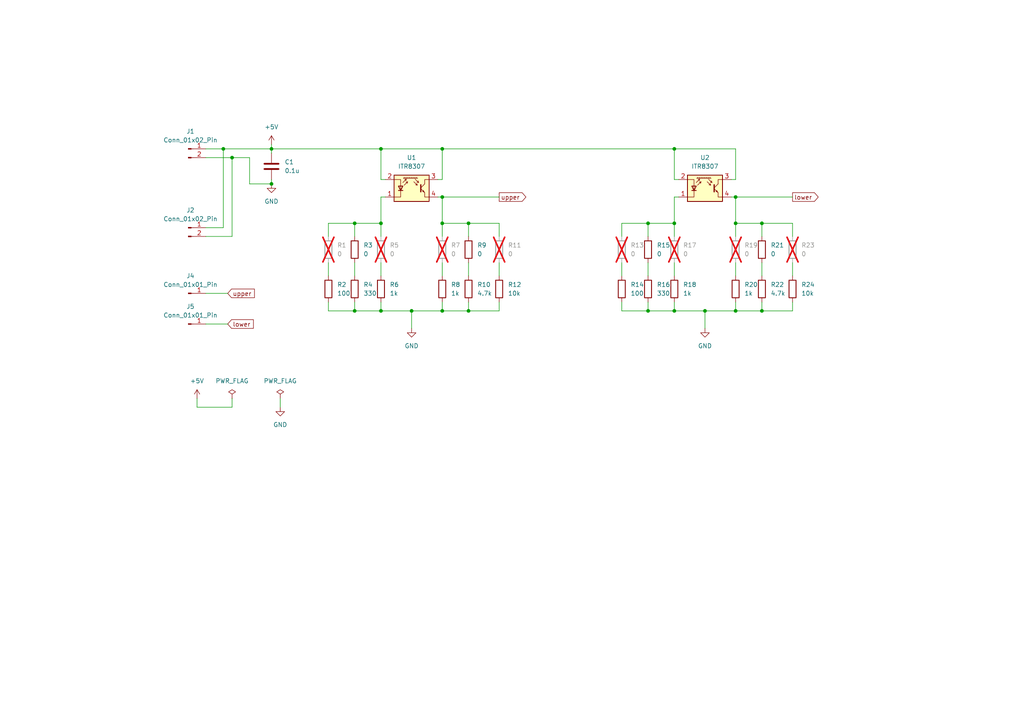
<source format=kicad_sch>
(kicad_sch (version 20230121) (generator eeschema)
  (paper "A4")
  (lib_symbols
    (symbol "Connector:Conn_01x01_Pin" (pin_names (offset 1.016) hide)
      (property "Reference" "J" (at 0 2.54 0))
      (property "Value" "Conn_01x01_Pin" (at 0 -2.54 0))
      (symbol "Conn_01x01_Pin_1_1"
        (polyline (pts (xy 1.27 0) (xy 0.8636 0)) (stroke (width 0.1524)))
        (rectangle (start 0.8636 0.127) (end 0 -0.127) (stroke (width 0.1524)) (fill (type outline)))
        (pin passive line (at 5.08 0 180) (length 3.81) (name "Pin_1") (number "1"))
      )
    )
    (symbol "Connector:Conn_01x02_Pin" (pin_names (offset 1.016) hide)
      (property "Reference" "J" (at 0 2.54 0))
      (property "Value" "Conn_01x02_Pin" (at 0 -5.08 0))
      (symbol "Conn_01x02_Pin_1_1"
        (polyline (pts (xy 1.27 -2.54) (xy 0.8636 -2.54)) (stroke (width 0.1524)))
        (polyline (pts (xy 1.27 0) (xy 0.8636 0)) (stroke (width 0.1524)))
        (rectangle (start 0.8636 -2.413) (end 0 -2.667) (stroke (width 0.1524)) (fill (type outline)))
        (rectangle (start 0.8636 0.127) (end 0 -0.127) (stroke (width 0.1524)) (fill (type outline)))
        (pin passive line (at 5.08 0 180) (length 3.81) (name "Pin_1") (number "1"))
        (pin passive line (at 5.08 -2.54 180) (length 3.81) (name "Pin_2") (number "2"))
      )
    )
    (symbol "Device:C" (pin_numbers hide) (pin_names (offset 0.254))
      (property "Reference" "C" (at 0.635 2.54 0))
      (property "Value" "C" (at 0.635 -2.54 0))
      (symbol "C_0_1"
        (polyline (pts (xy -2.032 -0.762) (xy 2.032 -0.762)) (stroke (width 0.508)))
        (polyline (pts (xy -2.032 0.762) (xy 2.032 0.762)) (stroke (width 0.508)))
      )
      (symbol "C_1_1"
        (pin passive line (at 0 3.81 270) (length 2.794) (name "~") (number "1"))
        (pin passive line (at 0 -3.81 90) (length 2.794) (name "~") (number "2"))
      )
    )
    (symbol "Device:R" (pin_numbers hide) (pin_names (offset 0))
      (property "Reference" "R" (at 2.032 0 90))
      (property "Value" "R" (at 0 0 90))
      (symbol "R_0_1"
        (rectangle (start -1.016 -2.54) (end 1.016 2.54) (stroke (width 0.254)))
      )
      (symbol "R_1_1"
        (pin passive line (at 0 3.81 270) (length 1.27) (name "~") (number "1"))
        (pin passive line (at 0 -3.81 90) (length 1.27) (name "~") (number "2"))
      )
    )
    (symbol "Sensor_Proximity:ITR8307" (pin_names (offset 0.0254) hide)
      (property "Reference" "U" (at -5.08 5.08 0))
      (property "Value" "ITR8307" (at 7.62 5.08 0))
      (symbol "ITR8307_0_1"
        (polyline (pts (xy -3.81 -0.635) (xy -2.54 -0.635)) (stroke (width 0.254)))
        (polyline (pts (xy -2.286 2.921) (xy -2.032 3.175)))
        (polyline (pts (xy -1.778 2.921) (xy -1.524 3.175)))
        (polyline (pts (xy -1.524 2.667) (xy -1.651 2.159)))
        (polyline (pts (xy -1.27 2.921) (xy -1.016 3.175)))
        (polyline (pts (xy -1.143 1.905) (xy -1.27 1.397)))
        (polyline (pts (xy -0.762 2.921) (xy -0.508 3.175)))
        (polyline (pts (xy -0.254 2.921) (xy 0 3.175)))
        (polyline (pts (xy 0.254 2.921) (xy 0.508 3.175)))
        (polyline (pts (xy 0.762 2.921) (xy 1.016 3.175)))
        (polyline (pts (xy 1.27 2.921) (xy 1.524 3.175)))
        (polyline (pts (xy 1.651 0.889) (xy 1.143 1.016)))
        (polyline (pts (xy 1.778 2.921) (xy -2.413 2.921)))
        (polyline (pts (xy 2.032 1.651) (xy 1.524 1.778)))
        (polyline (pts (xy 2.667 -0.127) (xy 3.81 -1.27)))
        (polyline (pts (xy 2.667 0.127) (xy 3.81 1.27)))
        (polyline (pts (xy -2.54 1.651) (xy -1.524 2.667) (xy -2.032 2.54)))
        (polyline (pts (xy -2.159 0.889) (xy -1.143 1.905) (xy -1.651 1.778)))
        (polyline (pts (xy 0.635 1.905) (xy 1.651 0.889) (xy 1.524 1.397)))
        (polyline (pts (xy 1.016 2.667) (xy 2.032 1.651) (xy 1.905 2.159)))
        (polyline (pts (xy 2.667 1.016) (xy 2.667 -1.016) (xy 2.667 -1.016)) (stroke (width 0.3556)))
        (polyline (pts (xy 3.81 -1.27) (xy 3.81 -2.54) (xy 5.08 -2.54)))
        (polyline (pts (xy 3.81 1.27) (xy 3.81 2.54) (xy 5.08 2.54)))
        (polyline (pts (xy -5.08 -2.54) (xy -3.175 -2.54) (xy -3.175 2.54) (xy -5.08 2.54)))
        (polyline (pts (xy -3.175 -0.635) (xy -3.81 0.635) (xy -2.54 0.635) (xy -3.175 -0.635)) (stroke (width 0.254)))
        (polyline (pts (xy 3.683 -1.143) (xy 3.429 -0.635) (xy 3.175 -0.889) (xy 3.683 -1.143)))
        (polyline (pts (xy -5.08 -3.81) (xy 5.08 -3.81) (xy 5.08 3.81) (xy -5.08 3.81) (xy -5.08 -3.81)) (stroke (width 0.254)) (fill (type background)))
      )
      (symbol "ITR8307_1_1"
        (pin passive line (at -7.62 -2.54 0) (length 2.54) (name "K") (number "1"))
        (pin passive line (at -7.62 2.54 0) (length 2.54) (name "A") (number "2"))
        (pin open_collector line (at 7.62 2.54 180) (length 2.54) (name "C") (number "3"))
        (pin open_emitter line (at 7.62 -2.54 180) (length 2.54) (name "E") (number "4"))
      )
    )
    (symbol "power:+5V" (power) (pin_names (offset 0))
      (property "Value" "+5V" (at 0 3.556 0))
      (symbol "+5V_0_1"
        (polyline (pts (xy -0.762 1.27) (xy 0 2.54)))
        (polyline (pts (xy 0 0) (xy 0 2.54)))
        (polyline (pts (xy 0 2.54) (xy 0.762 1.27)))
      )
      (symbol "+5V_1_1"
        (pin power_in line (at 0 0 90) (length 0) hide (name "+5V") (number "1"))
      )
    )
    (symbol "power:GND" (power) (pin_names (offset 0))
      (property "Value" "GND" (at 0 -3.81 0))
      (symbol "GND_0_1"
        (polyline (pts (xy 0 0) (xy 0 -1.27) (xy 1.27 -1.27) (xy 0 -2.54) (xy -1.27 -1.27) (xy 0 -1.27)))
      )
      (symbol "GND_1_1"
        (pin power_in line (at 0 0 270) (length 0) hide (name "GND") (number "1"))
      )
    )
    (symbol "power:PWR_FLAG" (power) (pin_numbers hide) (pin_names (offset 0) hide)
      (property "Value" "PWR_FLAG" (at 0 3.81 0))
      (symbol "PWR_FLAG_0_0"
        (pin power_out line (at 0 0 90) (length 0) (name "pwr") (number "1"))
      )
      (symbol "PWR_FLAG_0_1"
        (polyline (pts (xy 0 0) (xy 0 1.27) (xy -1.016 1.905) (xy 0 2.54) (xy 1.016 1.905) (xy 0 1.27)))
      )
    )
  )
  (junction (at 213.36 57.15))
  (junction (at 220.98 64.77))
  (junction (at 119.38 90.17))
  (junction (at 67.31 45.72))
  (junction (at 128.27 57.15))
  (junction (at 128.27 43.18))
  (junction (at 78.74 53.34))
  (junction (at 187.96 64.77))
  (junction (at 110.49 43.18))
  (junction (at 213.36 64.77))
  (junction (at 102.87 90.17))
  (junction (at 78.74 43.18))
  (junction (at 102.87 64.77))
  (junction (at 195.58 64.77))
  (junction (at 110.49 90.17))
  (junction (at 128.27 90.17))
  (junction (at 128.27 64.77))
  (junction (at 135.89 90.17))
  (junction (at 204.47 90.17))
  (junction (at 135.89 64.77))
  (junction (at 110.49 64.77))
  (junction (at 195.58 43.18))
  (junction (at 213.36 90.17))
  (junction (at 195.58 90.17))
  (junction (at 220.98 90.17))
  (junction (at 64.77 43.18))
  (junction (at 187.96 90.17))
  (wire (pts (xy 128.27 57.15) (xy 144.78 57.15)))
  (wire (pts (xy 187.96 87.63) (xy 187.96 90.17)))
  (wire (pts (xy 59.69 66.04) (xy 64.77 66.04)))
  (wire (pts (xy 213.36 43.18) (xy 213.36 52.07)))
  (wire (pts (xy 187.96 64.77) (xy 195.58 64.77)))
  (wire (pts (xy 67.31 115.57) (xy 67.31 118.11)))
  (wire (pts (xy 213.36 64.77) (xy 213.36 68.58)))
  (wire (pts (xy 213.36 64.77) (xy 220.98 64.77)))
  (wire (pts (xy 119.38 90.17) (xy 128.27 90.17)))
  (wire (pts (xy 229.87 76.2) (xy 229.87 80.01)))
  (wire (pts (xy 187.96 76.2) (xy 187.96 80.01)))
  (wire (pts (xy 195.58 90.17) (xy 204.47 90.17)))
  (wire (pts (xy 128.27 57.15) (xy 127 57.15)))
  (wire (pts (xy 57.15 115.57) (xy 57.15 118.11)))
  (wire (pts (xy 135.89 64.77) (xy 135.89 68.58)))
  (wire (pts (xy 180.34 76.2) (xy 180.34 80.01)))
  (wire (pts (xy 128.27 57.15) (xy 128.27 64.77)))
  (wire (pts (xy 128.27 64.77) (xy 128.27 68.58)))
  (wire (pts (xy 59.69 45.72) (xy 67.31 45.72)))
  (wire (pts (xy 110.49 87.63) (xy 110.49 90.17)))
  (wire (pts (xy 144.78 64.77) (xy 144.78 68.58)))
  (wire (pts (xy 59.69 85.09) (xy 66.04 85.09)))
  (wire (pts (xy 95.25 68.58) (xy 95.25 64.77)))
  (wire (pts (xy 213.36 57.15) (xy 212.09 57.15)))
  (wire (pts (xy 128.27 64.77) (xy 135.89 64.77)))
  (wire (pts (xy 59.69 68.58) (xy 67.31 68.58)))
  (wire (pts (xy 220.98 64.77) (xy 229.87 64.77)))
  (wire (pts (xy 144.78 76.2) (xy 144.78 80.01)))
  (wire (pts (xy 119.38 90.17) (xy 119.38 95.25)))
  (wire (pts (xy 110.49 43.18) (xy 110.49 52.07)))
  (wire (pts (xy 128.27 43.18) (xy 195.58 43.18)))
  (wire (pts (xy 102.87 64.77) (xy 110.49 64.77)))
  (wire (pts (xy 144.78 90.17) (xy 144.78 87.63)))
  (wire (pts (xy 204.47 90.17) (xy 213.36 90.17)))
  (wire (pts (xy 213.36 90.17) (xy 220.98 90.17)))
  (wire (pts (xy 180.34 87.63) (xy 180.34 90.17)))
  (wire (pts (xy 187.96 64.77) (xy 187.96 68.58)))
  (wire (pts (xy 195.58 64.77) (xy 195.58 68.58)))
  (wire (pts (xy 64.77 43.18) (xy 78.74 43.18)))
  (wire (pts (xy 102.87 76.2) (xy 102.87 80.01)))
  (wire (pts (xy 64.77 66.04) (xy 64.77 43.18)))
  (wire (pts (xy 135.89 76.2) (xy 135.89 80.01)))
  (wire (pts (xy 78.74 41.91) (xy 78.74 43.18)))
  (wire (pts (xy 67.31 45.72) (xy 67.31 68.58)))
  (wire (pts (xy 220.98 64.77) (xy 220.98 68.58)))
  (wire (pts (xy 195.58 87.63) (xy 195.58 90.17)))
  (wire (pts (xy 213.36 76.2) (xy 213.36 80.01)))
  (wire (pts (xy 220.98 90.17) (xy 220.98 87.63)))
  (wire (pts (xy 102.87 90.17) (xy 110.49 90.17)))
  (wire (pts (xy 195.58 57.15) (xy 195.58 64.77)))
  (wire (pts (xy 128.27 90.17) (xy 135.89 90.17)))
  (wire (pts (xy 213.36 87.63) (xy 213.36 90.17)))
  (wire (pts (xy 102.87 64.77) (xy 102.87 68.58)))
  (wire (pts (xy 128.27 43.18) (xy 128.27 52.07)))
  (wire (pts (xy 110.49 52.07) (xy 111.76 52.07)))
  (wire (pts (xy 213.36 57.15) (xy 229.87 57.15)))
  (wire (pts (xy 229.87 64.77) (xy 229.87 68.58)))
  (wire (pts (xy 187.96 90.17) (xy 195.58 90.17)))
  (wire (pts (xy 78.74 52.07) (xy 78.74 53.34)))
  (wire (pts (xy 204.47 90.17) (xy 204.47 95.25)))
  (wire (pts (xy 195.58 57.15) (xy 196.85 57.15)))
  (wire (pts (xy 128.27 87.63) (xy 128.27 90.17)))
  (wire (pts (xy 128.27 52.07) (xy 127 52.07)))
  (wire (pts (xy 135.89 90.17) (xy 135.89 87.63)))
  (wire (pts (xy 72.39 45.72) (xy 72.39 53.34)))
  (wire (pts (xy 220.98 76.2) (xy 220.98 80.01)))
  (wire (pts (xy 135.89 64.77) (xy 144.78 64.77)))
  (wire (pts (xy 110.49 64.77) (xy 110.49 68.58)))
  (wire (pts (xy 195.58 52.07) (xy 196.85 52.07)))
  (wire (pts (xy 195.58 43.18) (xy 195.58 52.07)))
  (wire (pts (xy 78.74 43.18) (xy 110.49 43.18)))
  (wire (pts (xy 72.39 53.34) (xy 78.74 53.34)))
  (wire (pts (xy 59.69 93.98) (xy 66.04 93.98)))
  (wire (pts (xy 95.25 87.63) (xy 95.25 90.17)))
  (wire (pts (xy 195.58 43.18) (xy 213.36 43.18)))
  (wire (pts (xy 102.87 87.63) (xy 102.87 90.17)))
  (wire (pts (xy 95.25 64.77) (xy 102.87 64.77)))
  (wire (pts (xy 59.69 43.18) (xy 64.77 43.18)))
  (wire (pts (xy 110.49 57.15) (xy 110.49 64.77)))
  (wire (pts (xy 229.87 90.17) (xy 229.87 87.63)))
  (wire (pts (xy 213.36 52.07) (xy 212.09 52.07)))
  (wire (pts (xy 110.49 57.15) (xy 111.76 57.15)))
  (wire (pts (xy 180.34 90.17) (xy 187.96 90.17)))
  (wire (pts (xy 95.25 76.2) (xy 95.25 80.01)))
  (wire (pts (xy 110.49 43.18) (xy 128.27 43.18)))
  (wire (pts (xy 128.27 76.2) (xy 128.27 80.01)))
  (wire (pts (xy 180.34 68.58) (xy 180.34 64.77)))
  (wire (pts (xy 213.36 57.15) (xy 213.36 64.77)))
  (wire (pts (xy 67.31 45.72) (xy 72.39 45.72)))
  (wire (pts (xy 180.34 64.77) (xy 187.96 64.77)))
  (wire (pts (xy 78.74 43.18) (xy 78.74 44.45)))
  (wire (pts (xy 110.49 90.17) (xy 119.38 90.17)))
  (wire (pts (xy 135.89 90.17) (xy 144.78 90.17)))
  (wire (pts (xy 220.98 90.17) (xy 229.87 90.17)))
  (wire (pts (xy 57.15 118.11) (xy 67.31 118.11)))
  (wire (pts (xy 81.28 115.57) (xy 81.28 118.11)))
  (wire (pts (xy 195.58 76.2) (xy 195.58 80.01)))
  (wire (pts (xy 110.49 76.2) (xy 110.49 80.01)))
  (wire (pts (xy 95.25 90.17) (xy 102.87 90.17)))
  (global_label "upper" (shape input) (at 66.04 85.09 0) (property "Intersheetrefs" "${INTERSHEET_REFS}" (effects hide)))
  (global_label "upper" (shape output) (at 144.78 57.15 0) (property "Intersheetrefs" "${INTERSHEET_REFS}" (effects hide)))
  (global_label "lower" (shape output) (at 229.87 57.15 0) (property "Intersheetrefs" "${INTERSHEET_REFS}" (effects hide)))
  (global_label "lower" (shape input) (at 66.04 93.98 0) (property "Intersheetrefs" "${INTERSHEET_REFS}" (effects hide)))
  (symbol (lib_id "Device:R") (at 144.78 83.82 0) (unit 1)
    (property "Reference" "R12" (at 147.32 82.55 0) (effects (justify left)))
    (property "Value" "10k" (at 147.32 85.09 0) (effects (justify left)))
    (property "Footprint" "Resistor_SMD:R_0603_1608Metric" (effects hide))
    (property "LCSC" "C25804" (effects hide))
  )
  (symbol (lib_id "Device:R") (at 95.25 83.82 0) (unit 1)
    (property "Reference" "R2" (at 97.79 82.55 0) (effects (justify left)))
    (property "Value" "100" (at 97.79 85.09 0) (effects (justify left)))
    (property "Footprint" "Resistor_SMD:R_0603_1608Metric" (effects hide))
    (property "LCSC" "C22775" (effects hide))
  )
  (symbol (lib_id "Device:C") (at 78.74 48.26 0) (unit 1)
    (property "Reference" "C1" (at 82.55 46.99 0) (effects (justify left)))
    (property "Value" "0.1u" (at 82.55 49.53 0) (effects (justify left)))
    (property "Footprint" "Capacitor_SMD:C_0603_1608Metric" (effects hide))
    (property "LCSC" "C14663" (effects hide))
  )
  (symbol (lib_id "Device:R") (at 102.87 83.82 0) (unit 1)
    (property "Reference" "R4" (at 105.41 82.55 0) (effects (justify left)))
    (property "Value" "330" (at 105.41 85.09 0) (effects (justify left)))
    (property "Footprint" "Resistor_SMD:R_0603_1608Metric" (effects hide))
    (property "LCSC" "C23138" (effects hide))
  )
  (symbol (lib_id "Device:R") (at 110.49 72.39 0) (unit 1) (in_bom no) (dnp yes)
    (property "Reference" "R5" (at 113.03 71.12 0) (effects (justify left)))
    (property "Value" "0" (at 113.03 73.66 0) (effects (justify left)))
    (property "Footprint" "Resistor_SMD:R_0603_1608Metric" (effects hide))
  )
  (symbol (lib_id "Device:R") (at 128.27 83.82 0) (unit 1)
    (property "Reference" "R8" (at 130.81 82.55 0) (effects (justify left)))
    (property "Value" "1k" (at 130.81 85.09 0) (effects (justify left)))
    (property "Footprint" "Resistor_SMD:R_0603_1608Metric" (effects hide))
    (property "LCSC" "C21190" (effects hide))
  )
  (symbol (lib_id "Device:R") (at 220.98 72.39 0) (unit 1)
    (property "Reference" "R21" (at 223.52 71.12 0) (effects (justify left)))
    (property "Value" "0" (at 223.52 73.66 0) (effects (justify left)))
    (property "Footprint" "Resistor_SMD:R_0603_1608Metric" (effects hide))
    (property "LCSC" "C21189" (effects hide))
  )
  (symbol (lib_id "Device:R") (at 180.34 83.82 0) (unit 1)
    (property "Reference" "R14" (at 182.88 82.55 0) (effects (justify left)))
    (property "Value" "100" (at 182.88 85.09 0) (effects (justify left)))
    (property "Footprint" "Resistor_SMD:R_0603_1608Metric" (effects hide))
    (property "LCSC" "C22775" (effects hide))
  )
  (symbol (lib_id "power:PWR_FLAG") (at 81.28 115.57 0) (unit 1)
    (property "Reference" "#FLG02" (effects hide))
    (property "Value" "PWR_FLAG" (at 81.28 110.49 0))
  )
  (symbol (lib_id "Device:R") (at 128.27 72.39 0) (unit 1) (in_bom no) (dnp yes)
    (property "Reference" "R7" (at 130.81 71.12 0) (effects (justify left)))
    (property "Value" "0" (at 130.81 73.66 0) (effects (justify left)))
    (property "Footprint" "Resistor_SMD:R_0603_1608Metric" (effects hide))
  )
  (symbol (lib_id "Device:R") (at 195.58 72.39 0) (unit 1) (in_bom no) (dnp yes)
    (property "Reference" "R17" (at 198.12 71.12 0) (effects (justify left)))
    (property "Value" "0" (at 198.12 73.66 0) (effects (justify left)))
    (property "Footprint" "Resistor_SMD:R_0603_1608Metric" (effects hide))
  )
  (symbol (lib_id "Device:R") (at 229.87 72.39 0) (unit 1) (in_bom no) (dnp yes)
    (property "Reference" "R23" (at 232.41 71.12 0) (effects (justify left)))
    (property "Value" "0" (at 232.41 73.66 0) (effects (justify left)))
    (property "Footprint" "Resistor_SMD:R_0603_1608Metric" (effects hide))
  )
  (symbol (lib_id "Device:R") (at 144.78 72.39 0) (unit 1) (in_bom no) (dnp yes)
    (property "Reference" "R11" (at 147.32 71.12 0) (effects (justify left)))
    (property "Value" "0" (at 147.32 73.66 0) (effects (justify left)))
    (property "Footprint" "Resistor_SMD:R_0603_1608Metric" (effects hide))
  )
  (symbol (lib_id "Device:R") (at 187.96 72.39 0) (unit 1)
    (property "Reference" "R15" (at 190.5 71.12 0) (effects (justify left)))
    (property "Value" "0" (at 190.5 73.66 0) (effects (justify left)))
    (property "Footprint" "Resistor_SMD:R_0603_1608Metric" (effects hide))
    (property "LCSC" "C21189" (effects hide))
  )
  (symbol (lib_id "Device:R") (at 110.49 83.82 0) (unit 1)
    (property "Reference" "R6" (at 113.03 82.55 0) (effects (justify left)))
    (property "Value" "1k" (at 113.03 85.09 0) (effects (justify left)))
    (property "Footprint" "Resistor_SMD:R_0603_1608Metric" (effects hide))
    (property "LCSC" "C21190" (effects hide))
  )
  (symbol (lib_id "power:PWR_FLAG") (at 67.31 115.57 0) (unit 1)
    (property "Reference" "#FLG01" (effects hide))
    (property "Value" "PWR_FLAG" (at 67.31 110.49 0))
  )
  (symbol (lib_id "Device:R") (at 229.87 83.82 0) (unit 1)
    (property "Reference" "R24" (at 232.41 82.55 0) (effects (justify left)))
    (property "Value" "10k" (at 232.41 85.09 0) (effects (justify left)))
    (property "Footprint" "Resistor_SMD:R_0603_1608Metric" (effects hide))
    (property "LCSC" "C25804" (effects hide))
  )
  (symbol (lib_id "Connector:Conn_01x02_Pin") (at 54.61 43.18 0) (unit 1) (in_bom no)
    (property "Reference" "J1" (at 55.245 38.1 0))
    (property "Value" "Conn_01x02_Pin" (at 55.245 40.64 0))
    (property "Footprint" "con_pad_2:con_pad_2" (effects hide))
  )
  (symbol (lib_id "power:+5V") (at 57.15 115.57 0) (unit 1)
    (property "Reference" "#PWR01" (effects hide))
    (property "Value" "+5V" (at 57.15 110.49 0))
  )
  (symbol (lib_id "Device:R") (at 95.25 72.39 0) (unit 1) (in_bom no) (dnp yes)
    (property "Reference" "R1" (at 97.79 71.12 0) (effects (justify left)))
    (property "Value" "0" (at 97.79 73.66 0) (effects (justify left)))
    (property "Footprint" "Resistor_SMD:R_0603_1608Metric" (effects hide))
  )
  (symbol (lib_id "Device:R") (at 135.89 72.39 0) (unit 1)
    (property "Reference" "R9" (at 138.43 71.12 0) (effects (justify left)))
    (property "Value" "0" (at 138.43 73.66 0) (effects (justify left)))
    (property "Footprint" "Resistor_SMD:R_0603_1608Metric" (effects hide))
    (property "LCSC" "C21189" (effects hide))
  )
  (symbol (lib_id "power:+5V") (at 78.74 41.91 0) (unit 1)
    (property "Reference" "#PWR02" (effects hide))
    (property "Value" "+5V" (at 78.74 36.83 0))
  )
  (symbol (lib_id "Connector:Conn_01x01_Pin") (at 54.61 85.09 0) (unit 1) (in_bom no)
    (property "Reference" "J4" (at 55.245 80.01 0))
    (property "Value" "Conn_01x01_Pin" (at 55.245 82.55 0))
    (property "Footprint" "con_pad_2:con_pad_1" (effects hide))
  )
  (symbol (lib_id "Device:R") (at 102.87 72.39 0) (unit 1)
    (property "Reference" "R3" (at 105.41 71.12 0) (effects (justify left)))
    (property "Value" "0" (at 105.41 73.66 0) (effects (justify left)))
    (property "Footprint" "Resistor_SMD:R_0603_1608Metric" (effects hide))
    (property "LCSC" "C21189" (effects hide))
  )
  (symbol (lib_id "power:GND") (at 78.74 53.34 0) (unit 1)
    (property "Reference" "#PWR03" (effects hide))
    (property "Value" "GND" (at 78.74 58.42 0))
  )
  (symbol (lib_id "Sensor_Proximity:ITR8307") (at 119.38 54.61 0) (unit 1)
    (property "Reference" "U1" (at 119.38 45.72 0))
    (property "Value" "ITR8307" (at 119.38 48.26 0))
    (property "Footprint" "piano_custome:Everlight_ITR8307" (effects hide))
    (property "Datasheet" "http://www.everlight.com/file/ProductFile/ITR8307.pdf" (effects hide))
    (property "LCSC" "C81632" (effects hide))
    (property "JLCRotOffset" "90" (effects hide))
  )
  (symbol (lib_id "Connector:Conn_01x02_Pin") (at 54.61 66.04 0) (unit 1) (in_bom no)
    (property "Reference" "J2" (at 55.245 60.96 0))
    (property "Value" "Conn_01x02_Pin" (at 55.245 63.5 0))
    (property "Footprint" "con_pad_2:con_pad_2" (effects hide))
  )
  (symbol (lib_id "Connector:Conn_01x01_Pin") (at 54.61 93.98 0) (unit 1) (in_bom no)
    (property "Reference" "J5" (at 55.245 88.9 0))
    (property "Value" "Conn_01x01_Pin" (at 55.245 91.44 0))
    (property "Footprint" "con_pad_2:con_pad_1" (effects hide))
  )
  (symbol (lib_id "Device:R") (at 220.98 83.82 0) (unit 1)
    (property "Reference" "R22" (at 223.52 82.55 0) (effects (justify left)))
    (property "Value" "4.7k" (at 223.52 85.09 0) (effects (justify left)))
    (property "Footprint" "Resistor_SMD:R_0603_1608Metric" (effects hide))
    (property "LCSC" "C23162" (effects hide))
  )
  (symbol (lib_id "power:GND") (at 81.28 118.11 0) (unit 1)
    (property "Reference" "#PWR04" (effects hide))
    (property "Value" "GND" (at 81.28 123.19 0))
  )
  (symbol (lib_id "Device:R") (at 180.34 72.39 0) (unit 1) (in_bom no) (dnp yes)
    (property "Reference" "R13" (at 182.88 71.12 0) (effects (justify left)))
    (property "Value" "0" (at 182.88 73.66 0) (effects (justify left)))
    (property "Footprint" "Resistor_SMD:R_0603_1608Metric" (effects hide))
  )
  (symbol (lib_id "Device:R") (at 213.36 83.82 0) (unit 1)
    (property "Reference" "R20" (at 215.9 82.55 0) (effects (justify left)))
    (property "Value" "1k" (at 215.9 85.09 0) (effects (justify left)))
    (property "Footprint" "Resistor_SMD:R_0603_1608Metric" (effects hide))
    (property "LCSC" "C21190" (effects hide))
  )
  (symbol (lib_id "power:GND") (at 119.38 95.25 0) (unit 1)
    (property "Reference" "#PWR05" (effects hide))
    (property "Value" "GND" (at 119.38 100.33 0))
  )
  (symbol (lib_id "Device:R") (at 195.58 83.82 0) (unit 1)
    (property "Reference" "R18" (at 198.12 82.55 0) (effects (justify left)))
    (property "Value" "1k" (at 198.12 85.09 0) (effects (justify left)))
    (property "Footprint" "Resistor_SMD:R_0603_1608Metric" (effects hide))
    (property "LCSC" "C21190" (effects hide))
  )
  (symbol (lib_id "Device:R") (at 135.89 83.82 0) (unit 1)
    (property "Reference" "R10" (at 138.43 82.55 0) (effects (justify left)))
    (property "Value" "4.7k" (at 138.43 85.09 0) (effects (justify left)))
    (property "Footprint" "Resistor_SMD:R_0603_1608Metric" (effects hide))
    (property "LCSC" "C23162" (effects hide))
  )
  (symbol (lib_id "Device:R") (at 213.36 72.39 0) (unit 1) (in_bom no) (dnp yes)
    (property "Reference" "R19" (at 215.9 71.12 0) (effects (justify left)))
    (property "Value" "0" (at 215.9 73.66 0) (effects (justify left)))
    (property "Footprint" "Resistor_SMD:R_0603_1608Metric" (effects hide))
  )
  (symbol (lib_id "Device:R") (at 187.96 83.82 0) (unit 1)
    (property "Reference" "R16" (at 190.5 82.55 0) (effects (justify left)))
    (property "Value" "330" (at 190.5 85.09 0) (effects (justify left)))
    (property "Footprint" "Resistor_SMD:R_0603_1608Metric" (effects hide))
    (property "LCSC" "C23138" (effects hide))
  )
  (symbol (lib_id "power:GND") (at 204.47 95.25 0) (unit 1)
    (property "Reference" "#PWR06" (effects hide))
    (property "Value" "GND" (at 204.47 100.33 0))
  )
  (symbol (lib_id "Sensor_Proximity:ITR8307") (at 204.47 54.61 0) (unit 1)
    (property "Reference" "U2" (at 204.47 45.72 0))
    (property "Value" "ITR8307" (at 204.47 48.26 0))
    (property "Footprint" "piano_custome:Everlight_ITR8307" (effects hide))
    (property "Datasheet" "http://www.everlight.com/file/ProductFile/ITR8307.pdf" (effects hide))
    (property "LCSC" "C81632" (effects hide))
    (property "JLCRotOffset" "90" (effects hide))
  )
)
</source>
